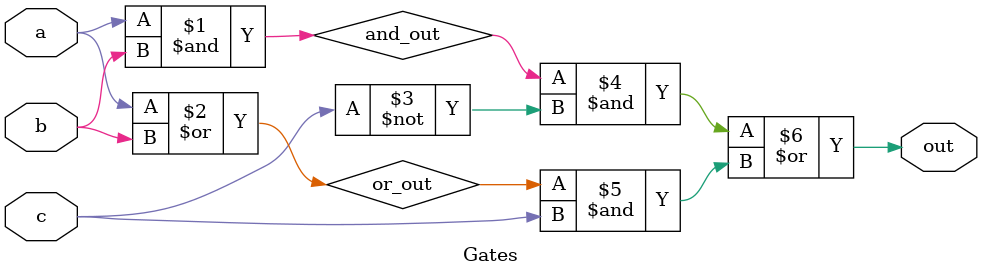
<source format=v>
`timescale 1ns / 1ps

module Gates
(   input a,
    input b,
    input c,
    //input d,
    output out
    );
// VAR //
wire and_out;
wire or_out;
wire nand_out;
wire nor_out;
// Combinatorial //
assign and_out = a & b;
assign or_out  = a | b;
//assign nand_out = ~(a & b);
//assign nor_out = ~(a | b);
assign out = (and_out & ~c) | (or_out & c);
//assign out = (and_out & ~c & ~d) | (or_out & ~c & d) | (nand_out & c & ~d) | (nor_out & c & d);
//
endmodule
</source>
